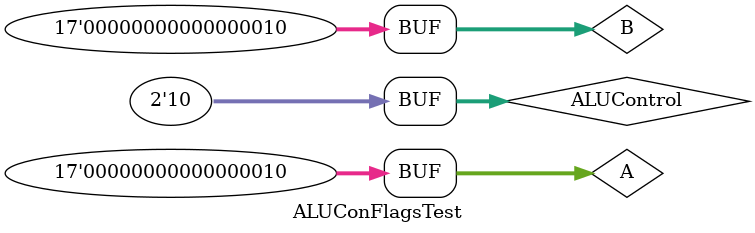
<source format=sv>
module ALUConFlagsTest();

	logic [16:0] A, B;
	logic [1:0] ALUControl;
	
	logic [16:0] out;	
	logic [3:0] ALUFlags; //NZCV
	
	ALUConFlags #(17) aluConFlags(A,B,ALUControl, out, ALUFlags);
	
		
			
	initial begin
	
	/* ------------------------- Datos de 4 bits -------------------------------
		//Suma
		A = 4'd3; B = 4'1d14; ALUControl = 00; #5;	
		A = 4'd2; B = 4'd6;  ALUControl = 00; #5;
		A = 4'd7; B = 4'd4;  ALUControl = 00; #5;
		
		//Resta
		A = 4'd3; B = 4'd14; ALUControl = 01; #5;	
		A = 4'd2; B = 4'd6;  ALUControl = 01; #5;
		A = 4'd7; B = 4'd4;  ALUControl = 01; #5;	
						//XOR
		A = 4'b0011; B = 4'b1110; ALUControl = 10; #5;	
		A = 4'b0010; B = 4'b0110;  ALUControl = 10; #5;
		A = 4'b0111; B = 4'b0100;  ALUControl = 10; #5;		

		
		
		//NOT de A
		A = 4'd3; ALUControl = 11; #5;	
		A = 4'd2; ALUControl = 11; #5;	
		A = 4'd7; ALUControl = 11; #5;
	*/
		
		// ------------------------- Datos de 32 bits -------------------------------
		//Suma entre direccion de un PC+8(A) y el resultado que sale del modulo del inmediato(B).
		//A = 32'h00000038; B = 32'h00000040;  ALUControl = 00; #5;
		//A = 32'h00000058; B = 32'hffffffE4;  ALUControl = 00; #5;
		//A = 32'h00000040; B = 32'hfffffffC;  ALUControl = 00; #5;
		
		//Resta
		A = 17'b00000_00000_00001_01; B = 17'b00000_00000_00000_10; ALUControl = 01; #5;	
		A = 17'b00000_00000_00000_10; B = 17'b00000_00000_00001_01; ALUControl = 01; #5;
		A = 17'b00000_00000_00000_10; B = 17'b00000_00000_00000_10; ALUControl = 01; #5;
				//XOR
		A = 17'b00000_00000_00001_01; B = 17'b00000_00000_00000_10; ALUControl = 10; #5;	
		A = 17'b00000_00000_00000_10; B = 17'b00000_00000_00001_01; ALUControl = 10; #5;
		A = 17'b00000_00000_00000_10; B = 17'b00000_00000_00000_10; ALUControl = 10; #5;
		
	end
	
	

endmodule
</source>
